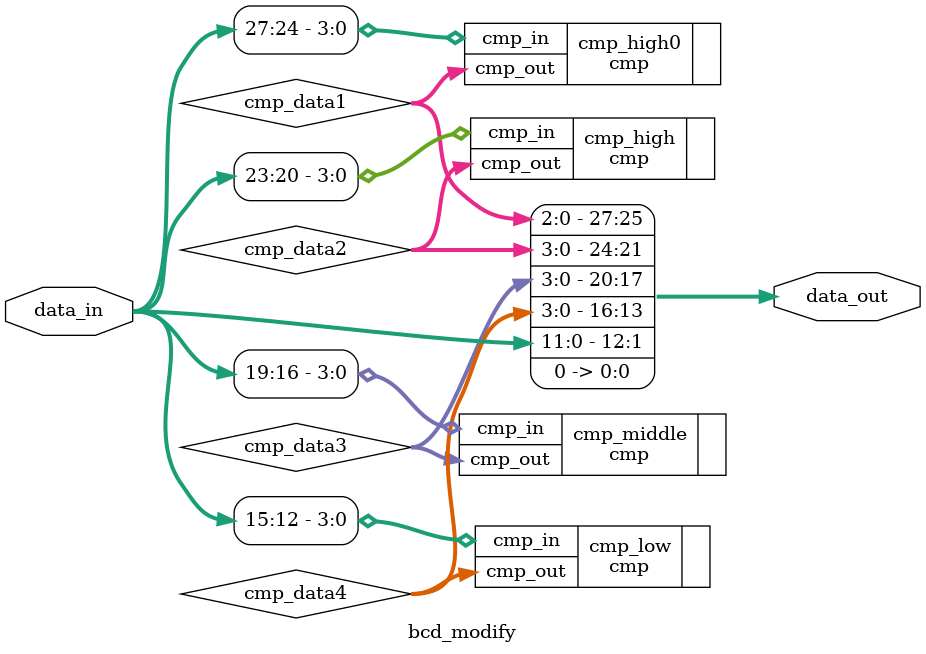
<source format=v>
module bcd_modify (
    input [27:0] data_in,
    output [27:0] data_out
);
    wire [3:0] cmp_data1;       // hundred digit
    wire [3:0] cmp_data2;       // ten digit
    wire [3:0] cmp_data3;       // one digit
    wire [3:0] cmp_data4;       // one digit

    cmp cmp_high0 (
        .cmp_in (data_in[27:24]),
        .cmp_out (cmp_data1)
    );

    cmp cmp_high (
        .cmp_in (data_in[23:20]),
        .cmp_out (cmp_data2)
    );

    cmp cmp_middle (
        .cmp_in (data_in[19:16]),
        .cmp_out (cmp_data3)
    );
    
    cmp cmp_low (
        .cmp_in (data_in[15:12]),
        .cmp_out (cmp_data4)
    );


    // Left shift the hundred digit by 1 bit
    assign data_out = {cmp_data1[2:0], cmp_data2[3:0], cmp_data3[3:0], cmp_data4[3:0], data_in[11:0], 1'b0};
endmodule
</source>
